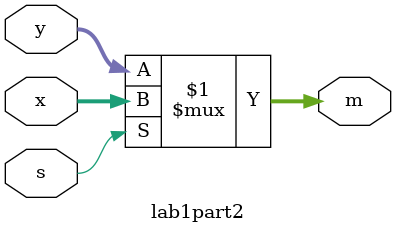
<source format=v>
module lab1part2(m,x,y,s); //2 to 1 Multiplexer
output [3:0]m;
input [3:0]x,y;
input s;
assign m = s? x:y;
endmodule 



</source>
